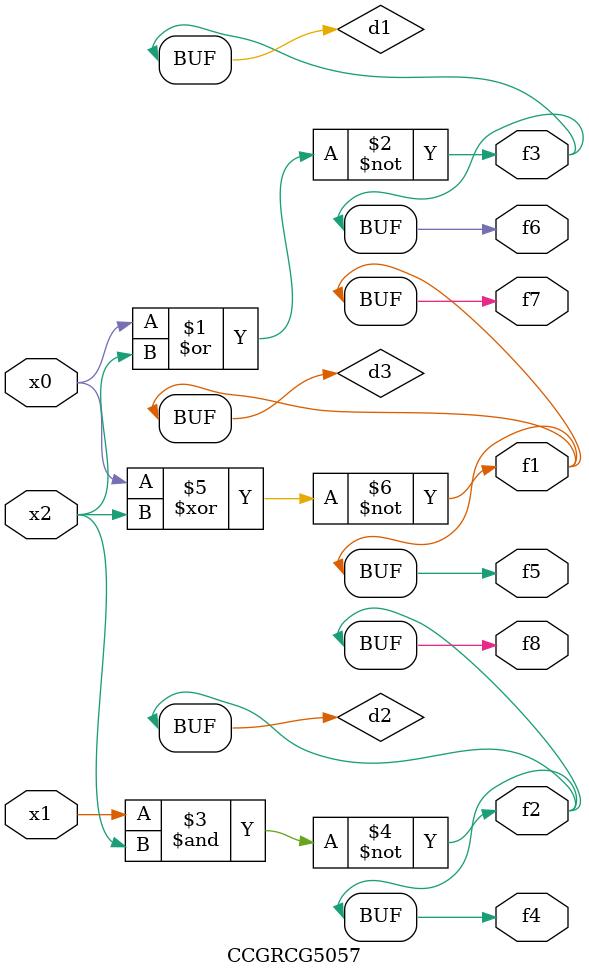
<source format=v>
module CCGRCG5057(
	input x0, x1, x2,
	output f1, f2, f3, f4, f5, f6, f7, f8
);

	wire d1, d2, d3;

	nor (d1, x0, x2);
	nand (d2, x1, x2);
	xnor (d3, x0, x2);
	assign f1 = d3;
	assign f2 = d2;
	assign f3 = d1;
	assign f4 = d2;
	assign f5 = d3;
	assign f6 = d1;
	assign f7 = d3;
	assign f8 = d2;
endmodule

</source>
